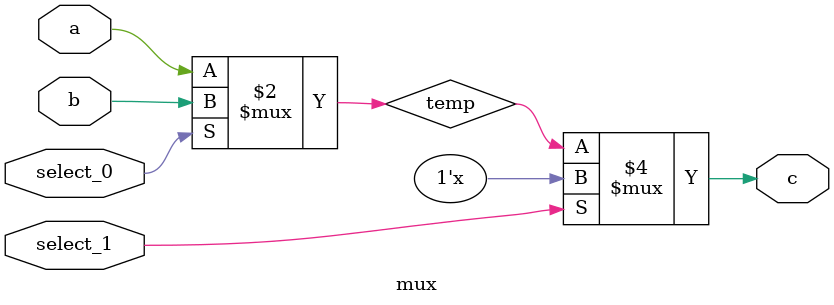
<source format=v>
`timescale 1ns / 1ps
module mux
(
input a, 
input b, 
input select_0,
input select_1, 
output c
);
// select_0 chose among a and b, but select_1 chose among result of previous mux and 1'bz according to chipselect signal
reg temp;
assign  temp = (~select_0)?a:b;
assign c = (~select_1)?temp:1'bz; //chip select is 0, so is active low

endmodule

</source>
